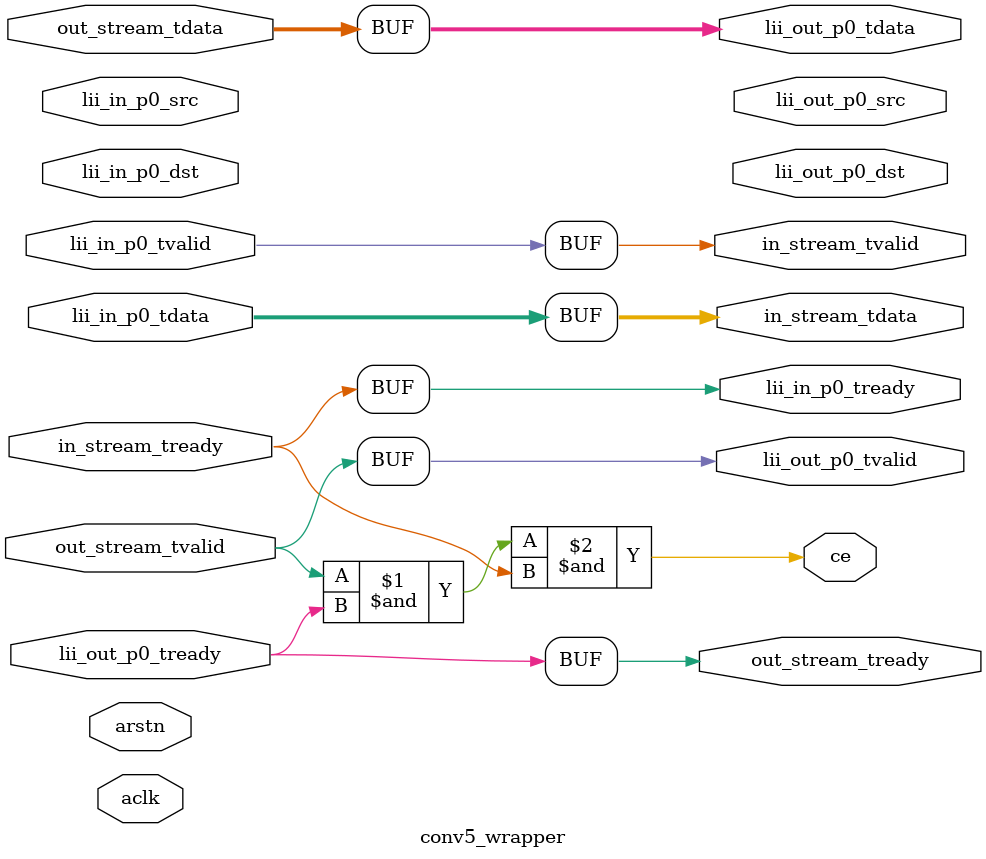
<source format=v>
`timescale 1ns/1ps

module conv5_wrapper
#(
    parameter NIN  = 1,   // logic input streams
    parameter NOUT = 1,  // logic output streams
    parameter P    = 1,              // phy in channels
    parameter Q    = 1,             // phy out channels
    parameter PW   = 128              // packing width
)
(
    // ------ clock and reset ------
    input  wire                     aclk,
    input  wire                     arstn,
    // ------ LII phy input ------
    input  wire [PW-1:0]            lii_in_p0_tdata,
    input  wire                     lii_in_p0_tvalid,
    output wire                     lii_in_p0_tready,
    input  wire [7:0]               lii_in_p0_src,
    input  wire [7:0]               lii_in_p0_dst,
    // ------ LII phy output ------
    output wire [PW-1:0]            lii_out_p0_tdata,
    output wire                     lii_out_p0_tvalid,
    input  wire                     lii_out_p0_tready,
    output wire [7:0]               lii_out_p0_src,
    output wire [7:0]               lii_out_p0_dst,
    // ------ connection to HLS kernel ------
    output wire [127:0]   in_stream_tdata,
    output wire                     in_stream_tvalid,
    input  wire                     in_stream_tready,
    input  wire [127:0]   out_stream_tdata,
    input  wire                     out_stream_tvalid,
    output wire                     out_stream_tready,
    // ------ clock enable for HLS kernel ------
    output wire                     ce
);

    // ========= input: unpack =========
    assign lii_in_p0_tready =
        in_stream_tready;
    assign in_stream_tdata  = lii_in_p0_tdata[127:0];
    assign in_stream_tvalid = lii_in_p0_tvalid;

    // ========= output: pack =========
    assign lii_out_p0_tvalid = 
        out_stream_tvalid;
    assign lii_out_p0_tdata = {
        out_stream_tdata
    };
    assign { out_stream_tready } =
           { lii_out_p0_tready };

    // ========= kernel clock gating =========
    assign ce = (out_stream_tvalid) &
                (lii_out_p0_tready) &
                (lii_in_p0_tready);
endmodule
</source>
